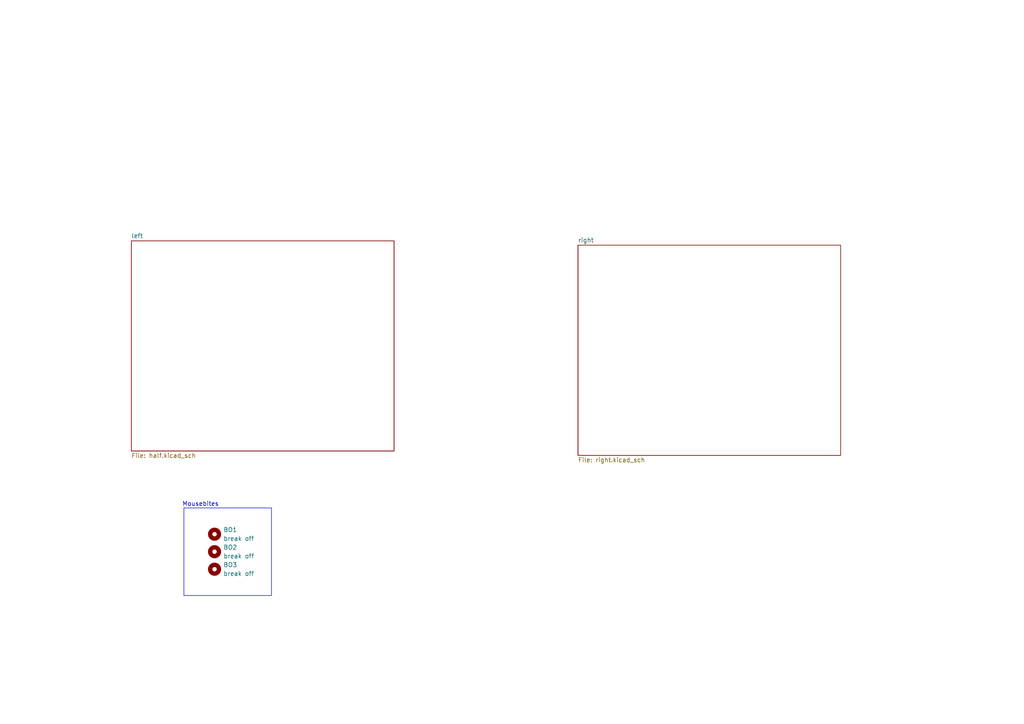
<source format=kicad_sch>
(kicad_sch (version 20250114) (generator "eeschema") (generator_version "9.0")
  (paper "A4")
  (lib_symbols
    (symbol "Mechanical:MountingHole" (pin_names (offset 1.016)) (in_bom no)
      (property "Reference" "H" (at 0 5.08 0))
      (property "Value" "MountingHole" (at 0 3.175 0))
      (symbol "MountingHole_0_1"
        (circle (center 0 0) (radius 1.27) (stroke (width 1.27)))
      )
    )
  )
  (rectangle (start 53.34 147.32) (end 78.74 172.72))
  (text "Mousebites" (at 58.166 146.304 0) (effects (font (size 1.27 1.27))))
  (symbol (lib_id "Mechanical:MountingHole") (at 62.23 160.02 0) (unit 1) (in_bom no)
    (property "Reference" "BO2" (at 64.77 158.7499 0) (effects (justify left)))
    (property "Value" "break off" (at 64.77 161.2899 0) (effects (justify left)))
    (property "Footprint" "Mousebites:mouse-bite-5mm-slot" (effects (hide yes)))
    (property "Description" "Mounting Hole without connection" (effects (hide yes)))
  )
  (symbol (lib_id "Mechanical:MountingHole") (at 62.23 165.1 0) (unit 1) (in_bom no)
    (property "Reference" "BO3" (at 64.77 163.8299 0) (effects (justify left)))
    (property "Value" "break off" (at 64.77 166.3699 0) (effects (justify left)))
    (property "Footprint" "Mousebites:mouse-bite-5mm-slot" (effects (hide yes)))
    (property "Description" "Mounting Hole without connection" (effects (hide yes)))
  )
  (symbol (lib_id "Mechanical:MountingHole") (at 62.23 154.94 0) (unit 1) (in_bom no)
    (property "Reference" "BO1" (at 64.77 153.6699 0) (effects (justify left)))
    (property "Value" "break off" (at 64.77 156.2099 0) (effects (justify left)))
    (property "Footprint" "Mousebites:mouse-bite-5mm-slot" (effects (hide yes)))
    (property "Description" "Mounting Hole without connection" (effects (hide yes)))
  )
  (sheet (at 38.1 69.85) (size 76.2 60.96) (stroke (width 0.1524))
    (property "Sheetname" "left" (at 38.1 69.1384 0) (effects (justify left bottom)))
    (property "Sheetfile" "half.kicad_sch" (at 38.1 131.3946 0) (effects (justify left top)))
  )
  (sheet (at 167.64 71.12) (size 76.2 60.96) (stroke (width 0.1524))
    (property "Sheetname" "right" (at 167.64 70.4084 0) (effects (justify left bottom)))
    (property "Sheetfile" "right.kicad_sch" (at 167.64 132.6646 0) (effects (justify left top)))
  )
)
</source>
